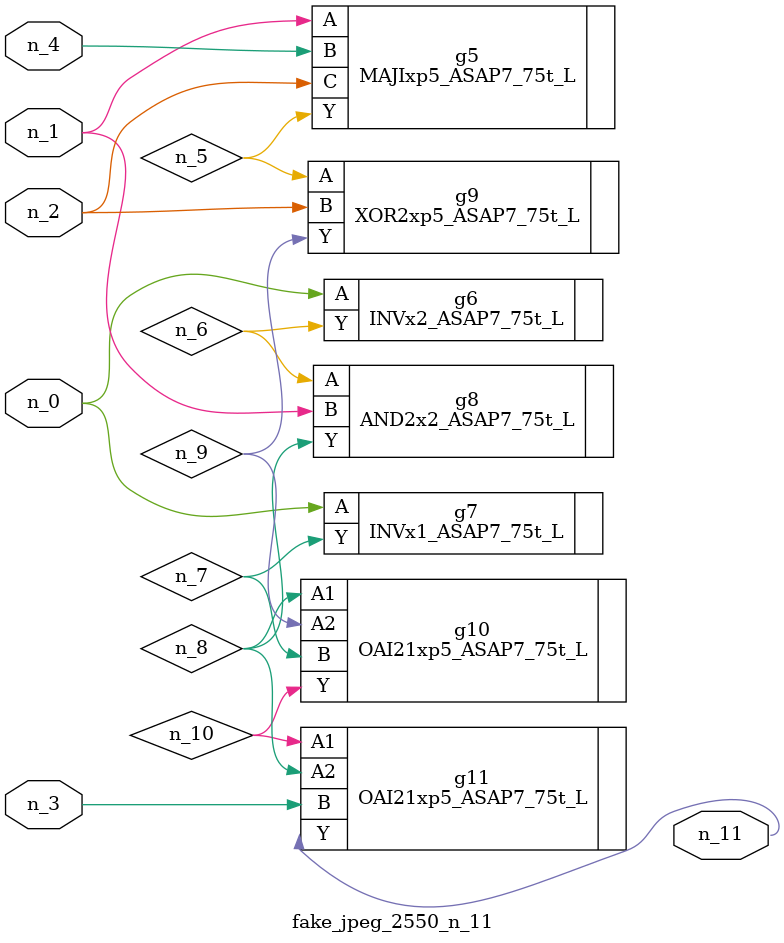
<source format=v>
module fake_jpeg_2550_n_11 (n_3, n_2, n_1, n_0, n_4, n_11);

input n_3;
input n_2;
input n_1;
input n_0;
input n_4;

output n_11;

wire n_10;
wire n_8;
wire n_9;
wire n_6;
wire n_5;
wire n_7;

MAJIxp5_ASAP7_75t_L g5 ( 
.A(n_1),
.B(n_4),
.C(n_2),
.Y(n_5)
);

INVx2_ASAP7_75t_L g6 ( 
.A(n_0),
.Y(n_6)
);

INVx1_ASAP7_75t_L g7 ( 
.A(n_0),
.Y(n_7)
);

AND2x2_ASAP7_75t_L g8 ( 
.A(n_6),
.B(n_1),
.Y(n_8)
);

OAI21xp5_ASAP7_75t_L g10 ( 
.A1(n_8),
.A2(n_9),
.B(n_7),
.Y(n_10)
);

XOR2xp5_ASAP7_75t_L g9 ( 
.A(n_5),
.B(n_2),
.Y(n_9)
);

OAI21xp5_ASAP7_75t_L g11 ( 
.A1(n_10),
.A2(n_8),
.B(n_3),
.Y(n_11)
);


endmodule
</source>
